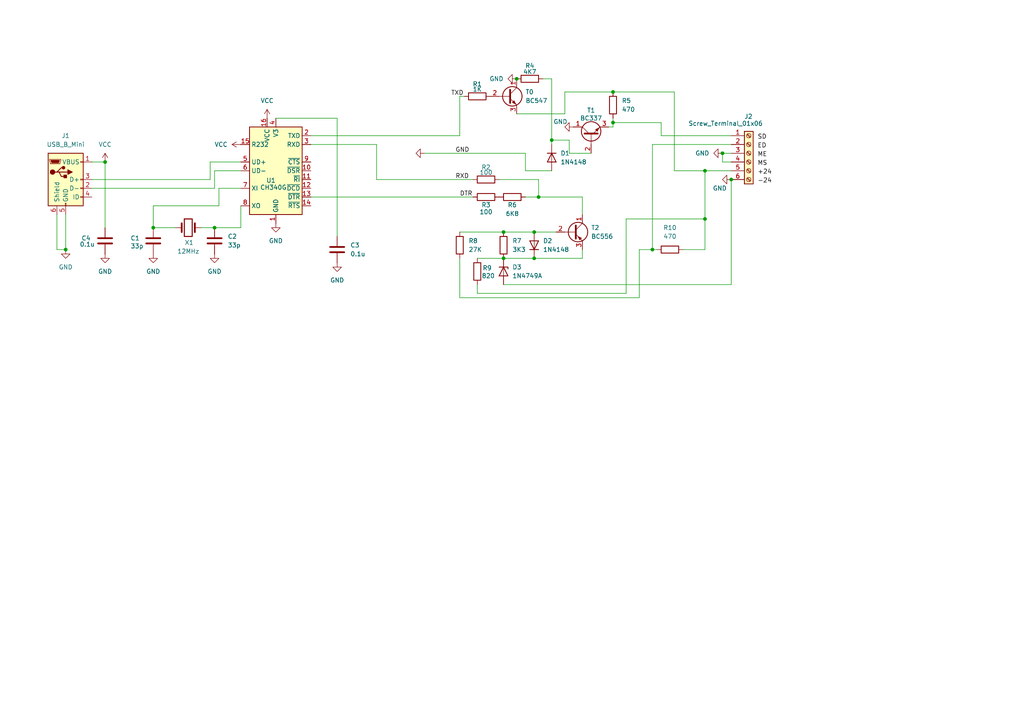
<source format=kicad_sch>
(kicad_sch (version 20250114) (generator "eeschema") (generator_version "9.0")
  (paper "A4")
  (lib_symbols
    (symbol "Connector:Screw_Terminal_01x06" (pin_names (offset 1.016) (hide yes))
      (property "Reference" "J" (at 0 7.62 0))
      (property "Value" "Screw_Terminal_01x06" (at 0 -10.16 0))
      (symbol "Screw_Terminal_01x06_1_1"
        (rectangle (start -1.27 6.35) (end 1.27 -8.89) (stroke (width 0.254)) (fill (type background)))
        (polyline (pts (xy -0.5334 5.4102) (xy 0.3302 4.572)) (stroke (width 0.1524)))
        (polyline (pts (xy -0.5334 2.8702) (xy 0.3302 2.032)) (stroke (width 0.1524)))
        (polyline (pts (xy -0.5334 0.3302) (xy 0.3302 -0.508)) (stroke (width 0.1524)))
        (polyline (pts (xy -0.5334 -2.2098) (xy 0.3302 -3.048)) (stroke (width 0.1524)))
        (polyline (pts (xy -0.5334 -4.7498) (xy 0.3302 -5.588)) (stroke (width 0.1524)))
        (polyline (pts (xy -0.5334 -7.2898) (xy 0.3302 -8.128)) (stroke (width 0.1524)))
        (polyline (pts (xy -0.3556 5.588) (xy 0.508 4.7498)) (stroke (width 0.1524)))
        (polyline (pts (xy -0.3556 3.048) (xy 0.508 2.2098)) (stroke (width 0.1524)))
        (polyline (pts (xy -0.3556 0.508) (xy 0.508 -0.3302)) (stroke (width 0.1524)))
        (polyline (pts (xy -0.3556 -2.032) (xy 0.508 -2.8702)) (stroke (width 0.1524)))
        (polyline (pts (xy -0.3556 -4.572) (xy 0.508 -5.4102)) (stroke (width 0.1524)))
        (polyline (pts (xy -0.3556 -7.112) (xy 0.508 -7.9502)) (stroke (width 0.1524)))
        (circle (center 0 5.08) (radius 0.635) (stroke (width 0.1524)))
        (circle (center 0 2.54) (radius 0.635) (stroke (width 0.1524)))
        (circle (center 0 0) (radius 0.635) (stroke (width 0.1524)))
        (circle (center 0 -2.54) (radius 0.635) (stroke (width 0.1524)))
        (circle (center 0 -5.08) (radius 0.635) (stroke (width 0.1524)))
        (circle (center 0 -7.62) (radius 0.635) (stroke (width 0.1524)))
        (pin passive line (at -5.08 5.08 0) (length 3.81) (name "Pin_1") (number "1"))
        (pin passive line (at -5.08 2.54 0) (length 3.81) (name "Pin_2") (number "2"))
        (pin passive line (at -5.08 0 0) (length 3.81) (name "Pin_3") (number "3"))
        (pin passive line (at -5.08 -2.54 0) (length 3.81) (name "Pin_4") (number "4"))
        (pin passive line (at -5.08 -5.08 0) (length 3.81) (name "Pin_5") (number "5"))
        (pin passive line (at -5.08 -7.62 0) (length 3.81) (name "Pin_6") (number "6"))
      )
    )
    (symbol "Connector:USB_B_Mini" (pin_names (offset 1.016))
      (property "Reference" "J" (at -5.08 11.43 0))
      (property "Value" "USB_B_Mini" (at -5.08 8.89 0))
      (symbol "USB_B_Mini_0_1"
        (rectangle (start -5.08 -7.62) (end 5.08 7.62) (stroke (width 0.254)) (fill (type background)))
        (polyline (pts (xy -4.699 5.842) (xy -4.699 5.588) (xy -4.445 4.826) (xy -4.445 4.572) (xy -1.651 4.572) (xy -1.651 4.826) (xy -1.397 5.588) (xy -1.397 5.842) (xy -4.699 5.842)))
        (polyline (pts (xy -4.318 5.588) (xy -1.778 5.588) (xy -2.032 4.826) (xy -4.064 4.826) (xy -4.318 5.588)) (fill (type outline)))
        (circle (center -3.81 2.159) (radius 0.635) (stroke (width 0.254)) (fill (type outline)))
        (polyline (pts (xy -3.175 2.159) (xy -2.54 2.159) (xy -1.27 3.429) (xy -0.635 3.429)) (stroke (width 0.254)))
        (polyline (pts (xy -2.54 2.159) (xy -1.905 2.159) (xy -1.27 0.889) (xy 0 0.889)) (stroke (width 0.254)))
        (polyline (pts (xy -1.905 2.159) (xy 0.635 2.159)) (stroke (width 0.254)))
        (circle (center -0.635 3.429) (radius 0.381) (stroke (width 0.254)) (fill (type outline)))
        (rectangle (start -0.127 -7.62) (end 0.127 -6.858))
        (rectangle (start 0.254 1.27) (end -0.508 0.508) (stroke (width 0.254)) (fill (type outline)))
        (polyline (pts (xy 0.635 2.794) (xy 0.635 1.524) (xy 1.905 2.159) (xy 0.635 2.794)) (stroke (width 0.254)) (fill (type outline)))
        (rectangle (start 5.08 4.953) (end 4.318 5.207))
        (rectangle (start 5.08 -0.127) (end 4.318 0.127))
        (rectangle (start 5.08 -2.667) (end 4.318 -2.413))
        (rectangle (start 5.08 -5.207) (end 4.318 -4.953))
      )
      (symbol "USB_B_Mini_1_1"
        (pin passive line (at -2.54 -10.16 90) (length 2.54) (name "Shield") (number "6"))
        (pin power_out line (at 0 -10.16 90) (length 2.54) (name "GND") (number "5"))
        (pin power_out line (at 7.62 5.08 180) (length 2.54) (name "VBUS") (number "1"))
        (pin bidirectional line (at 7.62 0 180) (length 2.54) (name "D+") (number "3"))
        (pin bidirectional line (at 7.62 -2.54 180) (length 2.54) (name "D-") (number "2"))
        (pin passive line (at 7.62 -5.08 180) (length 2.54) (name "ID") (number "4"))
      )
    )
    (symbol "Device:C" (pin_numbers (hide yes)) (pin_names (offset 0.254))
      (property "Reference" "C" (at 0.635 2.54 0))
      (property "Value" "C" (at 0.635 -2.54 0))
      (symbol "C_0_1"
        (polyline (pts (xy -2.032 0.762) (xy 2.032 0.762)) (stroke (width 0.508)))
        (polyline (pts (xy -2.032 -0.762) (xy 2.032 -0.762)) (stroke (width 0.508)))
      )
      (symbol "C_1_1"
        (pin passive line (at 0 3.81 270) (length 2.794) (name "~") (number "1"))
        (pin passive line (at 0 -3.81 90) (length 2.794) (name "~") (number "2"))
      )
    )
    (symbol "Device:Crystal" (pin_numbers (hide yes)) (pin_names (offset 1.016) (hide yes))
      (property "Reference" "Y" (at 0 3.81 0))
      (property "Value" "Crystal" (at 0 -3.81 0))
      (symbol "Crystal_0_1"
        (polyline (pts (xy -2.54 0) (xy -1.905 0)))
        (polyline (pts (xy -1.905 -1.27) (xy -1.905 1.27)) (stroke (width 0.508)))
        (rectangle (start -1.143 2.54) (end 1.143 -2.54) (stroke (width 0.3048)))
        (polyline (pts (xy 1.905 -1.27) (xy 1.905 1.27)) (stroke (width 0.508)))
        (polyline (pts (xy 2.54 0) (xy 1.905 0)))
      )
      (symbol "Crystal_1_1"
        (pin passive line (at -3.81 0 0) (length 1.27) (name "1") (number "1"))
        (pin passive line (at 3.81 0 180) (length 1.27) (name "2") (number "2"))
      )
    )
    (symbol "Device:D" (pin_numbers (hide yes)) (pin_names (offset 1.016) (hide yes))
      (property "Reference" "D" (at 0 2.54 0))
      (property "Value" "D" (at 0 -2.54 0))
      (symbol "D_0_1"
        (polyline (pts (xy -1.27 1.27) (xy -1.27 -1.27)) (stroke (width 0.254)))
        (polyline (pts (xy 1.27 1.27) (xy 1.27 -1.27) (xy -1.27 0) (xy 1.27 1.27)) (stroke (width 0.254)))
        (polyline (pts (xy 1.27 0) (xy -1.27 0)))
      )
      (symbol "D_1_1"
        (pin passive line (at -3.81 0 0) (length 2.54) (name "K") (number "1"))
        (pin passive line (at 3.81 0 180) (length 2.54) (name "A") (number "2"))
      )
    )
    (symbol "Device:R" (pin_numbers (hide yes)) (pin_names (offset 0))
      (property "Reference" "R" (at 2.032 0 90))
      (property "Value" "R" (at 0 0 90))
      (symbol "R_0_1"
        (rectangle (start -1.016 -2.54) (end 1.016 2.54) (stroke (width 0.254)))
      )
      (symbol "R_1_1"
        (pin passive line (at 0 3.81 270) (length 1.27) (name "~") (number "1"))
        (pin passive line (at 0 -3.81 90) (length 1.27) (name "~") (number "2"))
      )
    )
    (symbol "Diode:1N47xxA" (pin_numbers (hide yes)) (pin_names (hide yes))
      (property "Reference" "D" (at 0 2.54 0))
      (property "Value" "1N47xxA" (at 0 -2.54 0))
      (symbol "1N47xxA_0_1"
        (polyline (pts (xy -1.27 -1.27) (xy -1.27 1.27) (xy -0.762 1.27)) (stroke (width 0.254)))
        (polyline (pts (xy 1.27 0) (xy -1.27 0)))
        (polyline (pts (xy 1.27 -1.27) (xy 1.27 1.27) (xy -1.27 0) (xy 1.27 -1.27)) (stroke (width 0.254)))
      )
      (symbol "1N47xxA_1_1"
        (pin passive line (at -3.81 0 0) (length 2.54) (name "K") (number "1"))
        (pin passive line (at 3.81 0 180) (length 2.54) (name "A") (number "2"))
      )
    )
    (symbol "Interface_USB:CH340G"
      (property "Reference" "U" (at -5.08 13.97 0))
      (property "Value" "CH340G" (at 1.27 13.97 0))
      (symbol "CH340G_0_1"
        (rectangle (start -7.62 12.7) (end 7.62 -12.7) (stroke (width 0.254)) (fill (type background)))
      )
      (symbol "CH340G_1_1"
        (pin input line (at -10.16 7.62 0) (length 2.54) (name "R232") (number "15"))
        (pin bidirectional line (at -10.16 2.54 0) (length 2.54) (name "UD+") (number "5"))
        (pin bidirectional line (at -10.16 0 0) (length 2.54) (name "UD-") (number "6"))
        (pin input line (at -10.16 -5.08 0) (length 2.54) (name "XI") (number "7"))
        (pin output line (at -10.16 -10.16 0) (length 2.54) (name "XO") (number "8"))
        (pin power_in line (at -2.54 15.24 270) (length 2.54) (name "VCC") (number "16"))
        (pin power_out line (at 0 15.24 270) (length 2.54) (name "V3") (number "4"))
        (pin power_in line (at 0 -15.24 90) (length 2.54) (name "GND") (number "1"))
        (pin output line (at 10.16 10.16 180) (length 2.54) (name "TXD") (number "2"))
        (pin input line (at 10.16 7.62 180) (length 2.54) (name "RXD") (number "3"))
        (pin input line (at 10.16 2.54 180) (length 2.54) (name "~{CTS}") (number "9"))
        (pin input line (at 10.16 0 180) (length 2.54) (name "~{DSR}") (number "10"))
        (pin input line (at 10.16 -2.54 180) (length 2.54) (name "~{RI}") (number "11"))
        (pin input line (at 10.16 -5.08 180) (length 2.54) (name "~{DCD}") (number "12"))
        (pin output line (at 10.16 -7.62 180) (length 2.54) (name "~{DTR}") (number "13"))
        (pin output line (at 10.16 -10.16 180) (length 2.54) (name "~{RTS}") (number "14"))
      )
    )
    (symbol "Transistor_BJT:BC337" (pin_names (offset 0) (hide yes))
      (property "Reference" "Q" (at 5.08 1.905 0))
      (property "Value" "BC337" (at 5.08 0 0))
      (symbol "BC337_0_1"
        (polyline (pts (xy -2.54 0) (xy 0.635 0)))
        (polyline (pts (xy 0.635 1.905) (xy 0.635 -1.905)) (stroke (width 0.508)))
        (circle (center 1.27 0) (radius 2.8194) (stroke (width 0.254)))
      )
      (symbol "BC337_1_1"
        (polyline (pts (xy 0.635 0.635) (xy 2.54 2.54)))
        (polyline (pts (xy 0.635 -0.635) (xy 2.54 -2.54)))
        (polyline (pts (xy 1.27 -1.778) (xy 1.778 -1.27) (xy 2.286 -2.286) (xy 1.27 -1.778)) (fill (type outline)))
        (pin input line (at -5.08 0 0) (length 2.54) (name "B") (number "2"))
        (pin passive line (at 2.54 5.08 270) (length 2.54) (name "C") (number "1"))
        (pin passive line (at 2.54 -5.08 90) (length 2.54) (name "E") (number "3"))
      )
    )
    (symbol "Transistor_BJT:BC547" (pin_names (offset 0) (hide yes))
      (property "Reference" "Q" (at 5.08 1.905 0))
      (property "Value" "BC547" (at 5.08 0 0))
      (symbol "BC547_0_1"
        (polyline (pts (xy -2.54 0) (xy 0.635 0)))
        (polyline (pts (xy 0.635 1.905) (xy 0.635 -1.905)) (stroke (width 0.508)))
        (circle (center 1.27 0) (radius 2.8194) (stroke (width 0.254)))
      )
      (symbol "BC547_1_1"
        (polyline (pts (xy 0.635 0.635) (xy 2.54 2.54)))
        (polyline (pts (xy 0.635 -0.635) (xy 2.54 -2.54)))
        (polyline (pts (xy 1.27 -1.778) (xy 1.778 -1.27) (xy 2.286 -2.286) (xy 1.27 -1.778)) (fill (type outline)))
        (pin input line (at -5.08 0 0) (length 2.54) (name "B") (number "2"))
        (pin passive line (at 2.54 5.08 270) (length 2.54) (name "C") (number "1"))
        (pin passive line (at 2.54 -5.08 90) (length 2.54) (name "E") (number "3"))
      )
    )
    (symbol "Transistor_BJT:BC556" (pin_names (offset 0) (hide yes))
      (property "Reference" "Q" (at 5.08 1.905 0))
      (property "Value" "BC556" (at 5.08 0 0))
      (symbol "BC556_0_1"
        (polyline (pts (xy -2.54 0) (xy 0.635 0)))
        (polyline (pts (xy 0.635 1.905) (xy 0.635 -1.905)) (stroke (width 0.508)))
        (polyline (pts (xy 0.635 0.635) (xy 2.54 2.54)))
        (polyline (pts (xy 0.635 -0.635) (xy 2.54 -2.54)))
        (circle (center 1.27 0) (radius 2.8194) (stroke (width 0.254)))
        (polyline (pts (xy 2.286 -1.778) (xy 1.778 -2.286) (xy 1.27 -1.27) (xy 2.286 -1.778)) (fill (type outline)))
      )
      (symbol "BC556_1_1"
        (pin input line (at -5.08 0 0) (length 2.54) (name "B") (number "2"))
        (pin passive line (at 2.54 5.08 270) (length 2.54) (name "C") (number "1"))
        (pin passive line (at 2.54 -5.08 90) (length 2.54) (name "E") (number "3"))
      )
    )
    (symbol "power:GND" (power) (pin_numbers (hide yes)) (pin_names (offset 0) (hide yes))
      (property "Value" "GND" (at 0 -3.81 0))
      (symbol "GND_0_1"
        (polyline (pts (xy 0 0) (xy 0 -1.27) (xy 1.27 -1.27) (xy 0 -2.54) (xy -1.27 -1.27) (xy 0 -1.27)))
      )
      (symbol "GND_1_1"
        (pin power_in line (at 0 0 270) (length 0) (name "~") (number "1"))
      )
    )
    (symbol "power:VCC" (power) (pin_numbers (hide yes)) (pin_names (offset 0) (hide yes))
      (property "Value" "VCC" (at 0 3.556 0))
      (symbol "VCC_0_1"
        (polyline (pts (xy -0.762 1.27) (xy 0 2.54)))
        (polyline (pts (xy 0 2.54) (xy 0.762 1.27)))
        (polyline (pts (xy 0 0) (xy 0 2.54)))
      )
      (symbol "VCC_1_1"
        (pin power_in line (at 0 0 90) (length 0) (name "~") (number "1"))
      )
    )
  )
  (junction (at 19.05 72.39))
  (junction (at 154.94 74.93))
  (junction (at 62.23 66.04))
  (junction (at 44.45 66.04))
  (junction (at 154.94 67.31))
  (junction (at 156.21 57.15))
  (junction (at 189.23 72.39))
  (junction (at 204.47 63.5))
  (junction (at 177.8 35.56))
  (junction (at 160.02 40.64))
  (junction (at 149.86 22.86))
  (junction (at 212.09 52.07))
  (junction (at 30.48 46.99))
  (junction (at 204.47 49.53))
  (junction (at 209.55 44.45))
  (junction (at 146.05 67.31))
  (junction (at 146.05 74.93))
  (junction (at 177.8 26.67))
  (wire (pts (xy 168.91 57.15) (xy 156.21 57.15)))
  (wire (pts (xy 177.8 35.56) (xy 191.77 35.56)))
  (wire (pts (xy 191.77 39.37) (xy 191.77 35.56)))
  (wire (pts (xy 185.42 72.39) (xy 185.42 86.36)))
  (wire (pts (xy 133.35 67.31) (xy 146.05 67.31)))
  (wire (pts (xy 138.43 74.93) (xy 146.05 74.93)))
  (wire (pts (xy 195.58 26.67) (xy 177.8 26.67)))
  (wire (pts (xy 146.05 74.93) (xy 154.94 74.93)))
  (wire (pts (xy 146.05 67.31) (xy 154.94 67.31)))
  (wire (pts (xy 69.85 54.61) (xy 63.5 54.61)))
  (wire (pts (xy 165.1 40.64) (xy 160.02 40.64)))
  (wire (pts (xy 171.45 44.45) (xy 165.1 44.45)))
  (wire (pts (xy 198.12 72.39) (xy 204.47 72.39)))
  (wire (pts (xy 181.61 63.5) (xy 181.61 85.09)))
  (wire (pts (xy 176.53 36.83) (xy 177.8 36.83)))
  (wire (pts (xy 26.67 46.99) (xy 30.48 46.99)))
  (wire (pts (xy 62.23 49.53) (xy 69.85 49.53)))
  (wire (pts (xy 177.8 36.83) (xy 177.8 35.56)))
  (wire (pts (xy 156.21 52.07) (xy 156.21 57.15)))
  (wire (pts (xy 109.22 52.07) (xy 137.16 52.07)))
  (wire (pts (xy 152.4 44.45) (xy 152.4 49.53)))
  (wire (pts (xy 138.43 82.55) (xy 138.43 85.09)))
  (wire (pts (xy 63.5 59.69) (xy 44.45 59.69)))
  (wire (pts (xy 90.17 57.15) (xy 137.16 57.15)))
  (wire (pts (xy 168.91 74.93) (xy 168.91 72.39)))
  (wire (pts (xy 149.86 33.02) (xy 163.83 33.02)))
  (wire (pts (xy 212.09 39.37) (xy 191.77 39.37)))
  (wire (pts (xy 62.23 54.61) (xy 62.23 49.53)))
  (wire (pts (xy 195.58 49.53) (xy 195.58 26.67)))
  (wire (pts (xy 212.09 52.07) (xy 212.09 82.55)))
  (wire (pts (xy 109.22 52.07) (xy 109.22 41.91)))
  (wire (pts (xy 168.91 57.15) (xy 168.91 62.23)))
  (wire (pts (xy 138.43 85.09) (xy 181.61 85.09)))
  (wire (pts (xy 212.09 82.55) (xy 146.05 82.55)))
  (wire (pts (xy 30.48 66.04) (xy 30.48 46.99)))
  (wire (pts (xy 133.35 27.94) (xy 133.35 39.37)))
  (wire (pts (xy 189.23 41.91) (xy 189.23 72.39)))
  (wire (pts (xy 212.09 49.53) (xy 204.47 49.53)))
  (wire (pts (xy 204.47 49.53) (xy 204.47 63.5)))
  (wire (pts (xy 181.61 63.5) (xy 204.47 63.5)))
  (wire (pts (xy 163.83 33.02) (xy 163.83 26.67)))
  (wire (pts (xy 152.4 49.53) (xy 160.02 49.53)))
  (wire (pts (xy 133.35 27.94) (xy 134.62 27.94)))
  (wire (pts (xy 58.42 66.04) (xy 62.23 66.04)))
  (wire (pts (xy 209.55 46.99) (xy 209.55 44.45)))
  (wire (pts (xy 123.19 44.45) (xy 152.4 44.45)))
  (wire (pts (xy 97.79 34.29) (xy 80.01 34.29)))
  (wire (pts (xy 185.42 72.39) (xy 189.23 72.39)))
  (wire (pts (xy 204.47 72.39) (xy 204.47 63.5)))
  (wire (pts (xy 90.17 41.91) (xy 109.22 41.91)))
  (wire (pts (xy 154.94 74.93) (xy 168.91 74.93)))
  (wire (pts (xy 154.94 67.31) (xy 161.29 67.31)))
  (wire (pts (xy 133.35 74.93) (xy 133.35 86.36)))
  (wire (pts (xy 44.45 66.04) (xy 50.8 66.04)))
  (wire (pts (xy 177.8 34.29) (xy 177.8 35.56)))
  (wire (pts (xy 60.96 52.07) (xy 60.96 46.99)))
  (wire (pts (xy 204.47 49.53) (xy 195.58 49.53)))
  (wire (pts (xy 212.09 44.45) (xy 209.55 44.45)))
  (wire (pts (xy 60.96 46.99) (xy 69.85 46.99)))
  (wire (pts (xy 165.1 44.45) (xy 165.1 40.64)))
  (wire (pts (xy 189.23 72.39) (xy 190.5 72.39)))
  (wire (pts (xy 26.67 52.07) (xy 60.96 52.07)))
  (wire (pts (xy 152.4 57.15) (xy 156.21 57.15)))
  (wire (pts (xy 44.45 59.69) (xy 44.45 66.04)))
  (wire (pts (xy 63.5 54.61) (xy 63.5 59.69)))
  (wire (pts (xy 160.02 40.64) (xy 160.02 22.86)))
  (wire (pts (xy 212.09 41.91) (xy 189.23 41.91)))
  (wire (pts (xy 19.05 62.23) (xy 19.05 72.39)))
  (wire (pts (xy 26.67 54.61) (xy 62.23 54.61)))
  (wire (pts (xy 69.85 59.69) (xy 69.85 66.04)))
  (wire (pts (xy 97.79 34.29) (xy 97.79 68.58)))
  (wire (pts (xy 163.83 26.67) (xy 177.8 26.67)))
  (wire (pts (xy 16.51 62.23) (xy 16.51 72.39)))
  (wire (pts (xy 160.02 22.86) (xy 157.48 22.86)))
  (wire (pts (xy 16.51 72.39) (xy 19.05 72.39)))
  (wire (pts (xy 212.09 46.99) (xy 209.55 46.99)))
  (wire (pts (xy 160.02 40.64) (xy 160.02 41.91)))
  (wire (pts (xy 133.35 39.37) (xy 90.17 39.37)))
  (wire (pts (xy 133.35 86.36) (xy 185.42 86.36)))
  (wire (pts (xy 69.85 66.04) (xy 62.23 66.04)))
  (wire (pts (xy 144.78 52.07) (xy 156.21 52.07)))
  (label "ME" (at 219.71 45.72 0))
  (label "ED" (at 219.71 43.18 0))
  (label "TXD" (at 130.81 27.94 0))
  (label "+24" (at 219.71 50.8 0))
  (label "RXD" (at 132.08 52.07 0))
  (label "MS" (at 219.71 48.26 0))
  (label "GND" (at 132.08 44.45 0))
  (label "SD" (at 219.71 40.64 0))
  (label "DTR" (at 133.35 57.15 0))
  (label "-24" (at 219.71 53.34 0))
  (symbol (lib_id "Device:C") (at 62.23 69.85 0) (unit 1)
    (property "Reference" "C2" (at 66.04 68.5799 0) (effects (justify left)))
    (property "Value" "33p" (at 66.04 71.1199 0) (effects (justify left)))
    (property "Footprint" "Capacitor_THT:C_Disc_D7.5mm_W5.0mm_P5.00mm" (effects (hide yes)))
    (property "Description" "Unpolarized capacitor" (effects (hide yes)))
  )
  (symbol (lib_id "Device:R") (at 148.59 57.15 90) (unit 1)
    (property "Reference" "R6" (at 148.59 59.436 90))
    (property "Value" "6K8" (at 148.59 61.976 90))
    (property "Footprint" "Resistor_THT:R_Axial_DIN0207_L6.3mm_D2.5mm_P10.16mm_Horizontal" (effects (hide yes)))
    (property "Description" "Resistor" (effects (hide yes)))
  )
  (symbol (lib_id "power:GND") (at 30.48 73.66 0) (unit 1)
    (property "Reference" "#PWR02" (effects (hide yes)))
    (property "Value" "GND" (at 30.48 78.74 0))
    (property "Description" "Power symbol creates a global label with name \"GND\" , ground" (effects (hide yes)))
  )
  (symbol (lib_id "Connector:USB_B_Mini") (at 19.05 52.07 0) (unit 1)
    (property "Reference" "J1" (at 19.05 39.37 0))
    (property "Value" "USB_B_Mini" (at 19.05 41.91 0))
    (property "Footprint" "Connector_USB:USB_Mini-B_Wuerth_65100516121_Horizontal" (effects (hide yes)))
    (property "Description" "USB Mini Type B connector" (effects (hide yes)))
  )
  (symbol (lib_id "power:GND") (at 123.19 44.45 270) (unit 1)
    (property "Reference" "#PWR07" (effects (hide yes)))
    (property "Value" "GND" (effects (hide yes)))
    (property "Description" "Power symbol creates a global label with name \"GND\" , ground" (effects (hide yes)))
  )
  (symbol (lib_id "power:GND") (at 212.09 52.07 270) (unit 1)
    (property "Reference" "#PWR013" (effects (hide yes)))
    (property "Value" "GND" (at 210.82 54.61 90) (effects (justify right)))
    (property "Description" "Power symbol creates a global label with name \"GND\" , ground" (effects (hide yes)))
  )
  (symbol (lib_id "Transistor_BJT:BC556") (at 166.37 67.31 0) (unit 1)
    (property "Reference" "T2" (at 171.45 66.0399 0) (effects (justify left)))
    (property "Value" "BC556" (at 171.45 68.5799 0) (effects (justify left)))
    (property "Footprint" "Package_TO_SOT_THT:TO-92_Inline" (effects (hide yes)))
    (property "Datasheet" "https://www.onsemi.com/pub/Collateral/BC556BTA-D.pdf" (effects (hide yes)))
    (property "Description" "0.1A Ic, 65V Vce, PNP Small Signal Transistor, TO-92" (effects (hide yes)))
  )
  (symbol (lib_id "Interface_USB:CH340G") (at 80.01 49.53 0) (unit 1)
    (property "Reference" "U1" (at 77.216 52.324 0) (effects (justify left)))
    (property "Value" "CH340G" (at 75.438 54.356 0) (effects (justify left)))
    (property "Footprint" "Package_SO:SOIC-16_3.9x9.9mm_P1.27mm" (effects (hide yes)))
    (property "Datasheet" "http://www.datasheet5.com/pdf-local-2195953" (effects (hide yes)))
    (property "Description" "USB serial converter, UART, SOIC-16" (effects (hide yes)))
  )
  (symbol (lib_id "Connector:Screw_Terminal_01x06") (at 217.17 44.45 0) (unit 1)
    (property "Reference" "J2" (at 215.9 33.782 0) (effects (justify left)))
    (property "Value" "Screw_Terminal_01x06" (at 199.644 35.814 0) (effects (justify left)))
    (property "Footprint" "TerminalBlock_WAGO:TerminalBlock_WAGO_233-506_2x06_P2.54mm" (effects (hide yes)))
    (property "Description" "Generic screw terminal, single row, 01x06, script generated (kicad-library-utils/schlib/autogen/connector/)" (effects (hide yes)))
  )
  (symbol (lib_id "power:VCC") (at 30.48 46.99 0) (unit 1)
    (property "Reference" "#PWR011" (effects (hide yes)))
    (property "Value" "VCC" (at 30.48 41.91 0))
    (property "Description" "Power symbol creates a global label with name \"VCC\"" (effects (hide yes)))
  )
  (symbol (lib_id "Transistor_BJT:BC337") (at 171.45 39.37 90) (unit 1)
    (property "Reference" "T1" (at 171.45 32.004 90))
    (property "Value" "BC337" (at 171.45 34.29 90))
    (property "Footprint" "Package_TO_SOT_THT:TO-92_Inline" (effects (hide yes)))
    (property "Datasheet" "https://diotec.com/tl_files/diotec/files/pdf/datasheets/bc337.pdf" (effects (hide yes)))
    (property "Description" "0.8A Ic, 45V Vce, NPN Transistor, TO-92" (effects (hide yes)))
  )
  (symbol (lib_id "power:GND") (at 149.86 22.86 270) (unit 1)
    (property "Reference" "#PWR06" (effects (hide yes)))
    (property "Value" "GND" (at 146.05 22.8599 90) (effects (justify right)))
    (property "Description" "Power symbol creates a global label with name \"GND\" , ground" (effects (hide yes)))
  )
  (symbol (lib_id "power:VCC") (at 77.47 34.29 0) (unit 1)
    (property "Reference" "#PWR014" (effects (hide yes)))
    (property "Value" "VCC" (at 77.47 29.21 0))
    (property "Description" "Power symbol creates a global label with name \"VCC\"" (effects (hide yes)))
  )
  (symbol (lib_id "power:VCC") (at 69.85 41.91 90) (unit 1)
    (property "Reference" "#PWR012" (effects (hide yes)))
    (property "Value" "VCC" (at 66.04 41.9099 90) (effects (justify left)))
    (property "Description" "Power symbol creates a global label with name \"VCC\"" (effects (hide yes)))
  )
  (symbol (lib_id "Device:R") (at 146.05 71.12 0) (unit 1)
    (property "Reference" "R7" (at 148.59 69.8499 0) (effects (justify left)))
    (property "Value" "3K3" (at 148.59 72.3899 0) (effects (justify left)))
    (property "Footprint" "Resistor_THT:R_Axial_DIN0207_L6.3mm_D2.5mm_P10.16mm_Horizontal" (effects (hide yes)))
    (property "Description" "Resistor" (effects (hide yes)))
  )
  (symbol (lib_id "Device:R") (at 177.8 30.48 0) (unit 1)
    (property "Reference" "R5" (at 180.34 29.2099 0) (effects (justify left)))
    (property "Value" "470" (at 180.34 31.7499 0) (effects (justify left)))
    (property "Footprint" "Resistor_THT:R_Axial_DIN0207_L6.3mm_D2.5mm_P10.16mm_Horizontal" (effects (hide yes)))
    (property "Description" "Resistor" (effects (hide yes)))
  )
  (symbol (lib_id "Device:R") (at 138.43 27.94 90) (unit 1)
    (property "Reference" "R1" (at 138.43 24.384 90))
    (property "Value" "1K" (at 138.43 25.908 90))
    (property "Footprint" "Resistor_THT:R_Axial_DIN0207_L6.3mm_D2.5mm_P10.16mm_Horizontal" (effects (hide yes)))
    (property "Description" "Resistor" (effects (hide yes)))
  )
  (symbol (lib_id "Device:D") (at 154.94 71.12 90) (unit 1)
    (property "Reference" "D2" (at 157.48 69.8499 90) (effects (justify right)))
    (property "Value" "1N4148" (at 157.48 72.3899 90) (effects (justify right)))
    (property "Footprint" "Diode_THT:D_DO-35_SOD27_P10.16mm_Horizontal" (effects (hide yes)))
    (property "Description" "Diode" (effects (hide yes)))
    (property "Sim.Device" "D" (effects (hide yes)))
    (property "Sim.Pins" "1=K 2=A" (effects (hide yes)))
  )
  (symbol (lib_id "power:GND") (at 209.55 44.45 270) (unit 1)
    (property "Reference" "#PWR09" (effects (hide yes)))
    (property "Value" "GND" (at 205.74 44.4499 90) (effects (justify right)))
    (property "Description" "Power symbol creates a global label with name \"GND\" , ground" (effects (hide yes)))
  )
  (symbol (lib_id "power:GND") (at 62.23 73.66 0) (unit 1)
    (property "Reference" "#PWR04" (effects (hide yes)))
    (property "Value" "GND" (at 62.23 78.74 0))
    (property "Description" "Power symbol creates a global label with name \"GND\" , ground" (effects (hide yes)))
  )
  (symbol (lib_id "power:GND") (at 19.05 72.39 0) (unit 1)
    (property "Reference" "#PWR01" (effects (hide yes)))
    (property "Value" "GND" (at 19.05 77.47 0))
    (property "Description" "Power symbol creates a global label with name \"GND\" , ground" (effects (hide yes)))
  )
  (symbol (lib_id "Diode:1N47xxA") (at 146.05 78.74 270) (unit 1)
    (property "Reference" "D3" (at 148.59 77.4699 90) (effects (justify left)))
    (property "Value" "1N4749A" (at 148.59 80.0099 90) (effects (justify left)))
    (property "Footprint" "Diode_THT:D_DO-41_SOD81_P10.16mm_Horizontal" (effects (hide yes)))
    (property "Datasheet" "https://www.vishay.com/docs/85816/1n4728a.pdf" (effects (hide yes)))
    (property "Description" "1300mW Silicon planar power Zener diodes, DO-41" (effects (hide yes)))
  )
  (symbol (lib_id "Device:R") (at 133.35 71.12 0) (unit 1)
    (property "Reference" "R8" (at 135.89 69.8499 0) (effects (justify left)))
    (property "Value" "27K" (at 135.89 72.3899 0) (effects (justify left)))
    (property "Footprint" "Resistor_THT:R_Axial_DIN0207_L6.3mm_D2.5mm_P10.16mm_Horizontal" (effects (hide yes)))
    (property "Description" "Resistor" (effects (hide yes)))
  )
  (symbol (lib_id "Device:R") (at 140.97 57.15 90) (unit 1)
    (property "Reference" "R3" (at 140.97 59.436 90))
    (property "Value" "100" (at 140.97 61.468 90))
    (property "Footprint" "Resistor_THT:R_Axial_DIN0207_L6.3mm_D2.5mm_P10.16mm_Horizontal" (effects (hide yes)))
    (property "Description" "Resistor" (effects (hide yes)))
  )
  (symbol (lib_id "Device:Crystal") (at 54.61 66.04 0) (unit 1)
    (property "Reference" "X1" (at 54.864 70.358 0))
    (property "Value" "12MHz" (at 54.61 72.898 0))
    (property "Footprint" "Crystal:Crystal_HC49-4H_Vertical" (effects (hide yes)))
    (property "Description" "Two pin crystal" (effects (hide yes)))
  )
  (symbol (lib_id "Device:R") (at 194.31 72.39 90) (unit 1)
    (property "Reference" "R10" (at 194.31 66.04 90))
    (property "Value" "470" (at 194.31 68.58 90))
    (property "Footprint" "Resistor_THT:R_Axial_DIN0207_L6.3mm_D2.5mm_P10.16mm_Horizontal" (effects (hide yes)))
    (property "Description" "Resistor" (effects (hide yes)))
  )
  (symbol (lib_id "power:GND") (at 44.45 73.66 0) (unit 1)
    (property "Reference" "#PWR03" (effects (hide yes)))
    (property "Value" "GND" (at 44.45 78.74 0))
    (property "Description" "Power symbol creates a global label with name \"GND\" , ground" (effects (hide yes)))
  )
  (symbol (lib_id "Device:C") (at 30.48 69.85 0) (unit 1)
    (property "Reference" "C4" (at 23.622 69.088 0) (effects (justify left)))
    (property "Value" "0.1u" (at 23.114 70.866 0) (effects (justify left)))
    (property "Footprint" "Capacitor_THT:C_Disc_D7.5mm_W5.0mm_P5.00mm" (effects (hide yes)))
    (property "Description" "Unpolarized capacitor" (effects (hide yes)))
  )
  (symbol (lib_id "Device:R") (at 140.97 52.07 90) (unit 1)
    (property "Reference" "R2" (at 140.97 48.514 90))
    (property "Value" "100" (at 140.97 50.038 90))
    (property "Footprint" "Resistor_THT:R_Axial_DIN0207_L6.3mm_D2.5mm_P10.16mm_Horizontal" (effects (hide yes)))
    (property "Description" "Resistor" (effects (hide yes)))
  )
  (symbol (lib_id "power:GND") (at 166.37 36.83 270) (unit 1)
    (property "Reference" "#PWR08" (effects (hide yes)))
    (property "Value" "GND" (at 164.592 35.306 90) (effects (justify right)))
    (property "Description" "Power symbol creates a global label with name \"GND\" , ground" (effects (hide yes)))
  )
  (symbol (lib_id "Device:C") (at 44.45 69.85 0) (unit 1)
    (property "Reference" "C1" (at 37.846 69.088 0) (effects (justify left)))
    (property "Value" "33p" (at 37.846 71.374 0) (effects (justify left)))
    (property "Footprint" "Capacitor_THT:C_Disc_D7.5mm_W5.0mm_P5.00mm" (effects (hide yes)))
    (property "Description" "Unpolarized capacitor" (effects (hide yes)))
  )
  (symbol (lib_id "Device:R") (at 153.67 22.86 90) (unit 1)
    (property "Reference" "R4" (at 153.67 19.05 90))
    (property "Value" "4K7" (at 153.67 20.828 90))
    (property "Footprint" "Resistor_THT:R_Axial_DIN0207_L6.3mm_D2.5mm_P10.16mm_Horizontal" (effects (hide yes)))
    (property "Description" "Resistor" (effects (hide yes)))
  )
  (symbol (lib_id "Transistor_BJT:BC547") (at 147.32 27.94 0) (unit 1)
    (property "Reference" "T0" (at 152.4 26.6699 0) (effects (justify left)))
    (property "Value" "BC547" (at 152.4 29.2099 0) (effects (justify left)))
    (property "Footprint" "Package_TO_SOT_THT:TO-92_Inline" (effects (hide yes)))
    (property "Datasheet" "https://www.onsemi.com/pub/Collateral/BC550-D.pdf" (effects (hide yes)))
    (property "Description" "0.1A Ic, 45V Vce, Small Signal NPN Transistor, TO-92" (effects (hide yes)))
  )
  (symbol (lib_id "power:GND") (at 97.79 76.2 0) (unit 1)
    (property "Reference" "#PWR010" (effects (hide yes)))
    (property "Value" "GND" (at 97.79 81.28 0))
    (property "Description" "Power symbol creates a global label with name \"GND\" , ground" (effects (hide yes)))
  )
  (symbol (lib_id "Device:D") (at 160.02 45.72 270) (unit 1)
    (property "Reference" "D1" (at 162.56 44.4499 90) (effects (justify left)))
    (property "Value" "1N4148" (at 162.56 46.9899 90) (effects (justify left)))
    (property "Footprint" "Diode_THT:D_DO-35_SOD27_P10.16mm_Horizontal" (effects (hide yes)))
    (property "Description" "Diode" (effects (hide yes)))
    (property "Sim.Device" "D" (effects (hide yes)))
    (property "Sim.Pins" "1=K 2=A" (effects (hide yes)))
  )
  (symbol (lib_id "power:GND") (at 80.01 64.77 0) (unit 1)
    (property "Reference" "#PWR05" (effects (hide yes)))
    (property "Value" "GND" (at 80.01 69.85 0))
    (property "Description" "Power symbol creates a global label with name \"GND\" , ground" (effects (hide yes)))
  )
  (symbol (lib_id "Device:C") (at 97.79 72.39 0) (unit 1)
    (property "Reference" "C3" (at 101.6 71.1199 0) (effects (justify left)))
    (property "Value" "0.1u" (at 101.6 73.6599 0) (effects (justify left)))
    (property "Footprint" "Capacitor_THT:C_Disc_D7.5mm_W5.0mm_P5.00mm" (effects (hide yes)))
    (property "Description" "Unpolarized capacitor" (effects (hide yes)))
  )
  (symbol (lib_id "Device:R") (at 138.43 78.74 0) (unit 1)
    (property "Reference" "R9" (at 139.954 77.724 0) (effects (justify left)))
    (property "Value" "820" (at 139.7 80.01 0) (effects (justify left)))
    (property "Footprint" "Resistor_THT:R_Axial_DIN0207_L6.3mm_D2.5mm_P10.16mm_Horizontal" (effects (hide yes)))
    (property "Description" "Resistor" (effects (hide yes)))
  )
)
</source>
